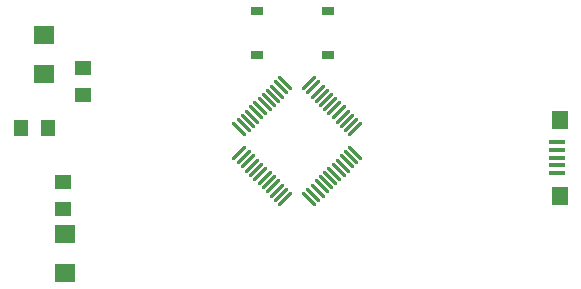
<source format=gtp>
G04*
G04 #@! TF.GenerationSoftware,Altium Limited,Altium Designer,22.6.1 (34)*
G04*
G04 Layer_Color=8421504*
%FSLAX44Y44*%
%MOMM*%
G71*
G04*
G04 #@! TF.SameCoordinates,A72CB605-F9DB-4195-8002-294397CB98EC*
G04*
G04*
G04 #@! TF.FilePolarity,Positive*
G04*
G01*
G75*
%ADD17R,1.0000X0.7000*%
%ADD18R,1.6510X1.5240*%
G04:AMPARAMS|DCode=19|XSize=0.28mm|YSize=1.56mm|CornerRadius=0.07mm|HoleSize=0mm|Usage=FLASHONLY|Rotation=45.000|XOffset=0mm|YOffset=0mm|HoleType=Round|Shape=RoundedRectangle|*
%AMROUNDEDRECTD19*
21,1,0.2800,1.4200,0,0,45.0*
21,1,0.1400,1.5600,0,0,45.0*
1,1,0.1400,0.5515,-0.4526*
1,1,0.1400,0.4526,-0.5515*
1,1,0.1400,-0.5515,0.4526*
1,1,0.1400,-0.4526,0.5515*
%
%ADD19ROUNDEDRECTD19*%
G04:AMPARAMS|DCode=20|XSize=0.28mm|YSize=1.56mm|CornerRadius=0.07mm|HoleSize=0mm|Usage=FLASHONLY|Rotation=135.000|XOffset=0mm|YOffset=0mm|HoleType=Round|Shape=RoundedRectangle|*
%AMROUNDEDRECTD20*
21,1,0.2800,1.4200,0,0,135.0*
21,1,0.1400,1.5600,0,0,135.0*
1,1,0.1400,0.4526,0.5515*
1,1,0.1400,0.5515,0.4526*
1,1,0.1400,-0.4526,-0.5515*
1,1,0.1400,-0.5515,-0.4526*
%
%ADD20ROUNDEDRECTD20*%
%ADD21R,1.3970X1.2700*%
%ADD22R,1.2700X1.3970*%
%ADD23R,1.3500X0.4000*%
%ADD24R,1.4000X1.6000*%
D17*
X690090Y1012910D02*
D03*
X750090D02*
D03*
X690090Y975910D02*
D03*
X750090D02*
D03*
D18*
X509524Y960120D02*
D03*
Y993140D02*
D03*
X526796Y824230D02*
D03*
Y791210D02*
D03*
D19*
X674898Y913082D02*
D03*
X678433Y916617D02*
D03*
X681969Y920153D02*
D03*
X685504Y923688D02*
D03*
X689040Y927224D02*
D03*
X692575Y930759D02*
D03*
X696111Y934295D02*
D03*
X699646Y937830D02*
D03*
X703182Y941366D02*
D03*
X706717Y944901D02*
D03*
X710253Y948437D02*
D03*
X713788Y951973D02*
D03*
X772903Y892858D02*
D03*
X769367Y889323D02*
D03*
X765831Y885787D02*
D03*
X762296Y882252D02*
D03*
X758760Y878716D02*
D03*
X755225Y875181D02*
D03*
X751689Y871645D02*
D03*
X748154Y868110D02*
D03*
X744618Y864574D02*
D03*
X741083Y861039D02*
D03*
X737547Y857503D02*
D03*
X734012Y853968D02*
D03*
D20*
Y951973D02*
D03*
X737547Y948437D02*
D03*
X741083Y944901D02*
D03*
X744618Y941366D02*
D03*
X748154Y937830D02*
D03*
X751689Y934295D02*
D03*
X755225Y930759D02*
D03*
X758760Y927224D02*
D03*
X762296Y923688D02*
D03*
X765831Y920153D02*
D03*
X769367Y916617D02*
D03*
X772903Y913082D02*
D03*
X713788Y853968D02*
D03*
X710253Y857503D02*
D03*
X706717Y861039D02*
D03*
X703182Y864574D02*
D03*
X699646Y868110D02*
D03*
X696111Y871645D02*
D03*
X692575Y875181D02*
D03*
X689040Y878716D02*
D03*
X685504Y882252D02*
D03*
X681969Y885787D02*
D03*
X678433Y889323D02*
D03*
X674898Y892858D02*
D03*
D21*
X542290Y942340D02*
D03*
Y965200D02*
D03*
X525780Y868680D02*
D03*
Y845820D02*
D03*
D22*
X513080Y914400D02*
D03*
X490220D02*
D03*
D23*
X943610Y875850D02*
D03*
Y882350D02*
D03*
Y888850D02*
D03*
Y895350D02*
D03*
Y901850D02*
D03*
D24*
X945860Y856850D02*
D03*
Y920850D02*
D03*
M02*

</source>
